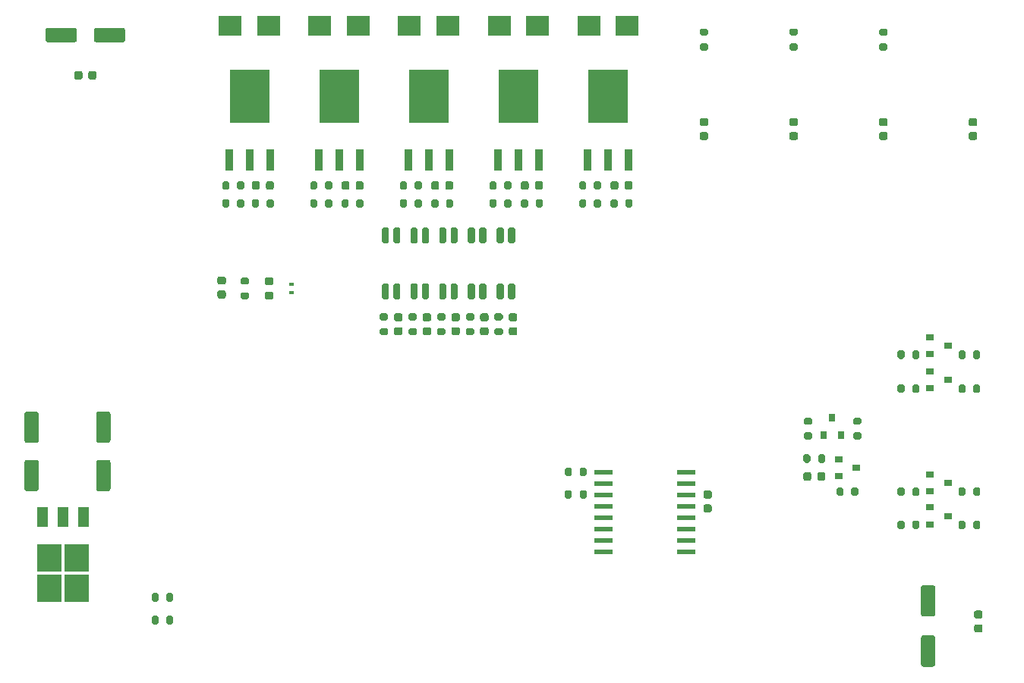
<source format=gbr>
G04 #@! TF.GenerationSoftware,KiCad,Pcbnew,5.1.9-73d0e3b20d~88~ubuntu20.04.1*
G04 #@! TF.CreationDate,2021-10-11T01:44:18+05:30*
G04 #@! TF.ProjectId,vayuO2,76617975-4f32-42e6-9b69-6361645f7063,rev 1*
G04 #@! TF.SameCoordinates,Original*
G04 #@! TF.FileFunction,Paste,Top*
G04 #@! TF.FilePolarity,Positive*
%FSLAX46Y46*%
G04 Gerber Fmt 4.6, Leading zero omitted, Abs format (unit mm)*
G04 Created by KiCad (PCBNEW 5.1.9-73d0e3b20d~88~ubuntu20.04.1) date 2021-10-11 01:44:18*
%MOMM*%
%LPD*%
G01*
G04 APERTURE LIST*
%ADD10R,0.939800X2.489200*%
%ADD11R,4.368800X5.918200*%
%ADD12R,0.900000X0.800000*%
%ADD13R,1.200000X2.200000*%
%ADD14R,2.750000X3.050000*%
%ADD15R,0.600000X0.400000*%
%ADD16R,1.998980X0.599440*%
%ADD17R,0.800000X0.900000*%
%ADD18R,2.500000X2.300000*%
G04 APERTURE END LIST*
G36*
G01*
X150275000Y-64075000D02*
X149725000Y-64075000D01*
G75*
G02*
X149525000Y-63875000I0J200000D01*
G01*
X149525000Y-63475000D01*
G75*
G02*
X149725000Y-63275000I200000J0D01*
G01*
X150275000Y-63275000D01*
G75*
G02*
X150475000Y-63475000I0J-200000D01*
G01*
X150475000Y-63875000D01*
G75*
G02*
X150275000Y-64075000I-200000J0D01*
G01*
G37*
G36*
G01*
X150275000Y-65725000D02*
X149725000Y-65725000D01*
G75*
G02*
X149525000Y-65525000I0J200000D01*
G01*
X149525000Y-65125000D01*
G75*
G02*
X149725000Y-64925000I200000J0D01*
G01*
X150275000Y-64925000D01*
G75*
G02*
X150475000Y-65125000I0J-200000D01*
G01*
X150475000Y-65525000D01*
G75*
G02*
X150275000Y-65725000I-200000J0D01*
G01*
G37*
G36*
G01*
X155550000Y-128950000D02*
X154450000Y-128950000D01*
G75*
G02*
X154200000Y-128700000I0J250000D01*
G01*
X154200000Y-125700000D01*
G75*
G02*
X154450000Y-125450000I250000J0D01*
G01*
X155550000Y-125450000D01*
G75*
G02*
X155800000Y-125700000I0J-250000D01*
G01*
X155800000Y-128700000D01*
G75*
G02*
X155550000Y-128950000I-250000J0D01*
G01*
G37*
G36*
G01*
X155550000Y-134550000D02*
X154450000Y-134550000D01*
G75*
G02*
X154200000Y-134300000I0J250000D01*
G01*
X154200000Y-131300000D01*
G75*
G02*
X154450000Y-131050000I250000J0D01*
G01*
X155550000Y-131050000D01*
G75*
G02*
X155800000Y-131300000I0J-250000D01*
G01*
X155800000Y-134300000D01*
G75*
G02*
X155550000Y-134550000I-250000J0D01*
G01*
G37*
G36*
G01*
X104265000Y-93525000D02*
X103865000Y-93525000D01*
G75*
G02*
X103665000Y-93325000I0J200000D01*
G01*
X103665000Y-91925000D01*
G75*
G02*
X103865000Y-91725000I200000J0D01*
G01*
X104265000Y-91725000D01*
G75*
G02*
X104465000Y-91925000I0J-200000D01*
G01*
X104465000Y-93325000D01*
G75*
G02*
X104265000Y-93525000I-200000J0D01*
G01*
G37*
G36*
G01*
X105535000Y-93525000D02*
X105135000Y-93525000D01*
G75*
G02*
X104935000Y-93325000I0J200000D01*
G01*
X104935000Y-91925000D01*
G75*
G02*
X105135000Y-91725000I200000J0D01*
G01*
X105535000Y-91725000D01*
G75*
G02*
X105735000Y-91925000I0J-200000D01*
G01*
X105735000Y-93325000D01*
G75*
G02*
X105535000Y-93525000I-200000J0D01*
G01*
G37*
G36*
G01*
X105535000Y-87275000D02*
X105135000Y-87275000D01*
G75*
G02*
X104935000Y-87075000I0J200000D01*
G01*
X104935000Y-85675000D01*
G75*
G02*
X105135000Y-85475000I200000J0D01*
G01*
X105535000Y-85475000D01*
G75*
G02*
X105735000Y-85675000I0J-200000D01*
G01*
X105735000Y-87075000D01*
G75*
G02*
X105535000Y-87275000I-200000J0D01*
G01*
G37*
G36*
G01*
X104265000Y-87275000D02*
X103865000Y-87275000D01*
G75*
G02*
X103665000Y-87075000I0J200000D01*
G01*
X103665000Y-85675000D01*
G75*
G02*
X103865000Y-85475000I200000J0D01*
G01*
X104265000Y-85475000D01*
G75*
G02*
X104465000Y-85675000I0J-200000D01*
G01*
X104465000Y-87075000D01*
G75*
G02*
X104265000Y-87275000I-200000J0D01*
G01*
G37*
G36*
G01*
X101065000Y-93525000D02*
X100665000Y-93525000D01*
G75*
G02*
X100465000Y-93325000I0J200000D01*
G01*
X100465000Y-91925000D01*
G75*
G02*
X100665000Y-91725000I200000J0D01*
G01*
X101065000Y-91725000D01*
G75*
G02*
X101265000Y-91925000I0J-200000D01*
G01*
X101265000Y-93325000D01*
G75*
G02*
X101065000Y-93525000I-200000J0D01*
G01*
G37*
G36*
G01*
X102335000Y-93525000D02*
X101935000Y-93525000D01*
G75*
G02*
X101735000Y-93325000I0J200000D01*
G01*
X101735000Y-91925000D01*
G75*
G02*
X101935000Y-91725000I200000J0D01*
G01*
X102335000Y-91725000D01*
G75*
G02*
X102535000Y-91925000I0J-200000D01*
G01*
X102535000Y-93325000D01*
G75*
G02*
X102335000Y-93525000I-200000J0D01*
G01*
G37*
G36*
G01*
X102335000Y-87275000D02*
X101935000Y-87275000D01*
G75*
G02*
X101735000Y-87075000I0J200000D01*
G01*
X101735000Y-85675000D01*
G75*
G02*
X101935000Y-85475000I200000J0D01*
G01*
X102335000Y-85475000D01*
G75*
G02*
X102535000Y-85675000I0J-200000D01*
G01*
X102535000Y-87075000D01*
G75*
G02*
X102335000Y-87275000I-200000J0D01*
G01*
G37*
G36*
G01*
X101065000Y-87275000D02*
X100665000Y-87275000D01*
G75*
G02*
X100465000Y-87075000I0J200000D01*
G01*
X100465000Y-85675000D01*
G75*
G02*
X100665000Y-85475000I200000J0D01*
G01*
X101065000Y-85475000D01*
G75*
G02*
X101265000Y-85675000I0J-200000D01*
G01*
X101265000Y-87075000D01*
G75*
G02*
X101065000Y-87275000I-200000J0D01*
G01*
G37*
G36*
G01*
X97865000Y-93525000D02*
X97465000Y-93525000D01*
G75*
G02*
X97265000Y-93325000I0J200000D01*
G01*
X97265000Y-91925000D01*
G75*
G02*
X97465000Y-91725000I200000J0D01*
G01*
X97865000Y-91725000D01*
G75*
G02*
X98065000Y-91925000I0J-200000D01*
G01*
X98065000Y-93325000D01*
G75*
G02*
X97865000Y-93525000I-200000J0D01*
G01*
G37*
G36*
G01*
X99135000Y-93525000D02*
X98735000Y-93525000D01*
G75*
G02*
X98535000Y-93325000I0J200000D01*
G01*
X98535000Y-91925000D01*
G75*
G02*
X98735000Y-91725000I200000J0D01*
G01*
X99135000Y-91725000D01*
G75*
G02*
X99335000Y-91925000I0J-200000D01*
G01*
X99335000Y-93325000D01*
G75*
G02*
X99135000Y-93525000I-200000J0D01*
G01*
G37*
G36*
G01*
X99135000Y-87275000D02*
X98735000Y-87275000D01*
G75*
G02*
X98535000Y-87075000I0J200000D01*
G01*
X98535000Y-85675000D01*
G75*
G02*
X98735000Y-85475000I200000J0D01*
G01*
X99135000Y-85475000D01*
G75*
G02*
X99335000Y-85675000I0J-200000D01*
G01*
X99335000Y-87075000D01*
G75*
G02*
X99135000Y-87275000I-200000J0D01*
G01*
G37*
G36*
G01*
X97865000Y-87275000D02*
X97465000Y-87275000D01*
G75*
G02*
X97265000Y-87075000I0J200000D01*
G01*
X97265000Y-85675000D01*
G75*
G02*
X97465000Y-85475000I200000J0D01*
G01*
X97865000Y-85475000D01*
G75*
G02*
X98065000Y-85675000I0J-200000D01*
G01*
X98065000Y-87075000D01*
G75*
G02*
X97865000Y-87275000I-200000J0D01*
G01*
G37*
G36*
G01*
X94665000Y-93525000D02*
X94265000Y-93525000D01*
G75*
G02*
X94065000Y-93325000I0J200000D01*
G01*
X94065000Y-91925000D01*
G75*
G02*
X94265000Y-91725000I200000J0D01*
G01*
X94665000Y-91725000D01*
G75*
G02*
X94865000Y-91925000I0J-200000D01*
G01*
X94865000Y-93325000D01*
G75*
G02*
X94665000Y-93525000I-200000J0D01*
G01*
G37*
G36*
G01*
X95935000Y-93525000D02*
X95535000Y-93525000D01*
G75*
G02*
X95335000Y-93325000I0J200000D01*
G01*
X95335000Y-91925000D01*
G75*
G02*
X95535000Y-91725000I200000J0D01*
G01*
X95935000Y-91725000D01*
G75*
G02*
X96135000Y-91925000I0J-200000D01*
G01*
X96135000Y-93325000D01*
G75*
G02*
X95935000Y-93525000I-200000J0D01*
G01*
G37*
G36*
G01*
X95935000Y-87275000D02*
X95535000Y-87275000D01*
G75*
G02*
X95335000Y-87075000I0J200000D01*
G01*
X95335000Y-85675000D01*
G75*
G02*
X95535000Y-85475000I200000J0D01*
G01*
X95935000Y-85475000D01*
G75*
G02*
X96135000Y-85675000I0J-200000D01*
G01*
X96135000Y-87075000D01*
G75*
G02*
X95935000Y-87275000I-200000J0D01*
G01*
G37*
G36*
G01*
X94665000Y-87275000D02*
X94265000Y-87275000D01*
G75*
G02*
X94065000Y-87075000I0J200000D01*
G01*
X94065000Y-85675000D01*
G75*
G02*
X94265000Y-85475000I200000J0D01*
G01*
X94665000Y-85475000D01*
G75*
G02*
X94865000Y-85675000I0J-200000D01*
G01*
X94865000Y-87075000D01*
G75*
G02*
X94665000Y-87275000I-200000J0D01*
G01*
G37*
G36*
G01*
X107465000Y-93525000D02*
X107065000Y-93525000D01*
G75*
G02*
X106865000Y-93325000I0J200000D01*
G01*
X106865000Y-91925000D01*
G75*
G02*
X107065000Y-91725000I200000J0D01*
G01*
X107465000Y-91725000D01*
G75*
G02*
X107665000Y-91925000I0J-200000D01*
G01*
X107665000Y-93325000D01*
G75*
G02*
X107465000Y-93525000I-200000J0D01*
G01*
G37*
G36*
G01*
X108735000Y-93525000D02*
X108335000Y-93525000D01*
G75*
G02*
X108135000Y-93325000I0J200000D01*
G01*
X108135000Y-91925000D01*
G75*
G02*
X108335000Y-91725000I200000J0D01*
G01*
X108735000Y-91725000D01*
G75*
G02*
X108935000Y-91925000I0J-200000D01*
G01*
X108935000Y-93325000D01*
G75*
G02*
X108735000Y-93525000I-200000J0D01*
G01*
G37*
G36*
G01*
X108735000Y-87275000D02*
X108335000Y-87275000D01*
G75*
G02*
X108135000Y-87075000I0J200000D01*
G01*
X108135000Y-85675000D01*
G75*
G02*
X108335000Y-85475000I200000J0D01*
G01*
X108735000Y-85475000D01*
G75*
G02*
X108935000Y-85675000I0J-200000D01*
G01*
X108935000Y-87075000D01*
G75*
G02*
X108735000Y-87275000I-200000J0D01*
G01*
G37*
G36*
G01*
X107465000Y-87275000D02*
X107065000Y-87275000D01*
G75*
G02*
X106865000Y-87075000I0J200000D01*
G01*
X106865000Y-85675000D01*
G75*
G02*
X107065000Y-85475000I200000J0D01*
G01*
X107465000Y-85475000D01*
G75*
G02*
X107665000Y-85675000I0J-200000D01*
G01*
X107665000Y-87075000D01*
G75*
G02*
X107465000Y-87275000I-200000J0D01*
G01*
G37*
G36*
G01*
X63550000Y-109550000D02*
X62450000Y-109550000D01*
G75*
G02*
X62200000Y-109300000I0J250000D01*
G01*
X62200000Y-106300000D01*
G75*
G02*
X62450000Y-106050000I250000J0D01*
G01*
X63550000Y-106050000D01*
G75*
G02*
X63800000Y-106300000I0J-250000D01*
G01*
X63800000Y-109300000D01*
G75*
G02*
X63550000Y-109550000I-250000J0D01*
G01*
G37*
G36*
G01*
X63550000Y-114950000D02*
X62450000Y-114950000D01*
G75*
G02*
X62200000Y-114700000I0J250000D01*
G01*
X62200000Y-111700000D01*
G75*
G02*
X62450000Y-111450000I250000J0D01*
G01*
X63550000Y-111450000D01*
G75*
G02*
X63800000Y-111700000I0J-250000D01*
G01*
X63800000Y-114700000D01*
G75*
G02*
X63550000Y-114950000I-250000J0D01*
G01*
G37*
G36*
G01*
X55550000Y-109550000D02*
X54450000Y-109550000D01*
G75*
G02*
X54200000Y-109300000I0J250000D01*
G01*
X54200000Y-106300000D01*
G75*
G02*
X54450000Y-106050000I250000J0D01*
G01*
X55550000Y-106050000D01*
G75*
G02*
X55800000Y-106300000I0J-250000D01*
G01*
X55800000Y-109300000D01*
G75*
G02*
X55550000Y-109550000I-250000J0D01*
G01*
G37*
G36*
G01*
X55550000Y-114950000D02*
X54450000Y-114950000D01*
G75*
G02*
X54200000Y-114700000I0J250000D01*
G01*
X54200000Y-111700000D01*
G75*
G02*
X54450000Y-111450000I250000J0D01*
G01*
X55550000Y-111450000D01*
G75*
G02*
X55800000Y-111700000I0J-250000D01*
G01*
X55800000Y-114700000D01*
G75*
G02*
X55550000Y-114950000I-250000J0D01*
G01*
G37*
G36*
G01*
X60050000Y-63450000D02*
X60050000Y-64550000D01*
G75*
G02*
X59800000Y-64800000I-250000J0D01*
G01*
X56800000Y-64800000D01*
G75*
G02*
X56550000Y-64550000I0J250000D01*
G01*
X56550000Y-63450000D01*
G75*
G02*
X56800000Y-63200000I250000J0D01*
G01*
X59800000Y-63200000D01*
G75*
G02*
X60050000Y-63450000I0J-250000D01*
G01*
G37*
G36*
G01*
X65450000Y-63450000D02*
X65450000Y-64550000D01*
G75*
G02*
X65200000Y-64800000I-250000J0D01*
G01*
X62200000Y-64800000D01*
G75*
G02*
X61950000Y-64550000I0J250000D01*
G01*
X61950000Y-63450000D01*
G75*
G02*
X62200000Y-63200000I250000J0D01*
G01*
X65200000Y-63200000D01*
G75*
G02*
X65450000Y-63450000I0J-250000D01*
G01*
G37*
G36*
G01*
X90375000Y-82525000D02*
X90375000Y-83075000D01*
G75*
G02*
X90175000Y-83275000I-200000J0D01*
G01*
X89775000Y-83275000D01*
G75*
G02*
X89575000Y-83075000I0J200000D01*
G01*
X89575000Y-82525000D01*
G75*
G02*
X89775000Y-82325000I200000J0D01*
G01*
X90175000Y-82325000D01*
G75*
G02*
X90375000Y-82525000I0J-200000D01*
G01*
G37*
G36*
G01*
X92025000Y-82525000D02*
X92025000Y-83075000D01*
G75*
G02*
X91825000Y-83275000I-200000J0D01*
G01*
X91425000Y-83275000D01*
G75*
G02*
X91225000Y-83075000I0J200000D01*
G01*
X91225000Y-82525000D01*
G75*
G02*
X91425000Y-82325000I200000J0D01*
G01*
X91825000Y-82325000D01*
G75*
G02*
X92025000Y-82525000I0J-200000D01*
G01*
G37*
D10*
X99300000Y-77943500D03*
X97014000Y-77943500D03*
X101586000Y-77943500D03*
D11*
X99300000Y-70844200D03*
D10*
X79300000Y-77943500D03*
X77014000Y-77943500D03*
X81586000Y-77943500D03*
D11*
X79300000Y-70844200D03*
G36*
G01*
X108950000Y-95975000D02*
X108450000Y-95975000D01*
G75*
G02*
X108225000Y-95750000I0J225000D01*
G01*
X108225000Y-95300000D01*
G75*
G02*
X108450000Y-95075000I225000J0D01*
G01*
X108950000Y-95075000D01*
G75*
G02*
X109175000Y-95300000I0J-225000D01*
G01*
X109175000Y-95750000D01*
G75*
G02*
X108950000Y-95975000I-225000J0D01*
G01*
G37*
G36*
G01*
X108950000Y-97525000D02*
X108450000Y-97525000D01*
G75*
G02*
X108225000Y-97300000I0J225000D01*
G01*
X108225000Y-96850000D01*
G75*
G02*
X108450000Y-96625000I225000J0D01*
G01*
X108950000Y-96625000D01*
G75*
G02*
X109175000Y-96850000I0J-225000D01*
G01*
X109175000Y-97300000D01*
G75*
G02*
X108950000Y-97525000I-225000J0D01*
G01*
G37*
G36*
G01*
X153225000Y-118975001D02*
X153225000Y-118425001D01*
G75*
G02*
X153425000Y-118225001I200000J0D01*
G01*
X153825000Y-118225001D01*
G75*
G02*
X154025000Y-118425001I0J-200000D01*
G01*
X154025000Y-118975001D01*
G75*
G02*
X153825000Y-119175001I-200000J0D01*
G01*
X153425000Y-119175001D01*
G75*
G02*
X153225000Y-118975001I0J200000D01*
G01*
G37*
G36*
G01*
X151575000Y-118975001D02*
X151575000Y-118425001D01*
G75*
G02*
X151775000Y-118225001I200000J0D01*
G01*
X152175000Y-118225001D01*
G75*
G02*
X152375000Y-118425001I0J-200000D01*
G01*
X152375000Y-118975001D01*
G75*
G02*
X152175000Y-119175001I-200000J0D01*
G01*
X151775000Y-119175001D01*
G75*
G02*
X151575000Y-118975001I0J200000D01*
G01*
G37*
G36*
G01*
X159175001Y-118424998D02*
X159175001Y-118974998D01*
G75*
G02*
X158975001Y-119174998I-200000J0D01*
G01*
X158575001Y-119174998D01*
G75*
G02*
X158375001Y-118974998I0J200000D01*
G01*
X158375001Y-118424998D01*
G75*
G02*
X158575001Y-118224998I200000J0D01*
G01*
X158975001Y-118224998D01*
G75*
G02*
X159175001Y-118424998I0J-200000D01*
G01*
G37*
G36*
G01*
X160825001Y-118424998D02*
X160825001Y-118974998D01*
G75*
G02*
X160625001Y-119174998I-200000J0D01*
G01*
X160225001Y-119174998D01*
G75*
G02*
X160025001Y-118974998I0J200000D01*
G01*
X160025001Y-118424998D01*
G75*
G02*
X160225001Y-118224998I200000J0D01*
G01*
X160625001Y-118224998D01*
G75*
G02*
X160825001Y-118424998I0J-200000D01*
G01*
G37*
D12*
X157199999Y-117700000D03*
X155199999Y-118650000D03*
X155199999Y-116750000D03*
D13*
X60780000Y-117800000D03*
X58500000Y-117800000D03*
X56220000Y-117800000D03*
D14*
X56975000Y-125775000D03*
X60025000Y-122425000D03*
X60025000Y-125775000D03*
X56975000Y-122425000D03*
G36*
G01*
X160849999Y-129175001D02*
X160349999Y-129175001D01*
G75*
G02*
X160124999Y-128950001I0J225000D01*
G01*
X160124999Y-128500001D01*
G75*
G02*
X160349999Y-128275001I225000J0D01*
G01*
X160849999Y-128275001D01*
G75*
G02*
X161074999Y-128500001I0J-225000D01*
G01*
X161074999Y-128950001D01*
G75*
G02*
X160849999Y-129175001I-225000J0D01*
G01*
G37*
G36*
G01*
X160849999Y-130725001D02*
X160349999Y-130725001D01*
G75*
G02*
X160124999Y-130500001I0J225000D01*
G01*
X160124999Y-130050001D01*
G75*
G02*
X160349999Y-129825001I225000J0D01*
G01*
X160849999Y-129825001D01*
G75*
G02*
X161074999Y-130050001I0J-225000D01*
G01*
X161074999Y-130500001D01*
G75*
G02*
X160849999Y-130725001I-225000J0D01*
G01*
G37*
G36*
G01*
X81756250Y-93525000D02*
X81243750Y-93525000D01*
G75*
G02*
X81025000Y-93306250I0J218750D01*
G01*
X81025000Y-92868750D01*
G75*
G02*
X81243750Y-92650000I218750J0D01*
G01*
X81756250Y-92650000D01*
G75*
G02*
X81975000Y-92868750I0J-218750D01*
G01*
X81975000Y-93306250D01*
G75*
G02*
X81756250Y-93525000I-218750J0D01*
G01*
G37*
G36*
G01*
X81756250Y-91950000D02*
X81243750Y-91950000D01*
G75*
G02*
X81025000Y-91731250I0J218750D01*
G01*
X81025000Y-91293750D01*
G75*
G02*
X81243750Y-91075000I218750J0D01*
G01*
X81756250Y-91075000D01*
G75*
G02*
X81975000Y-91293750I0J-218750D01*
G01*
X81975000Y-91731250D01*
G75*
G02*
X81756250Y-91950000I-218750J0D01*
G01*
G37*
G36*
G01*
X79075000Y-93525000D02*
X78525000Y-93525000D01*
G75*
G02*
X78325000Y-93325000I0J200000D01*
G01*
X78325000Y-92925000D01*
G75*
G02*
X78525000Y-92725000I200000J0D01*
G01*
X79075000Y-92725000D01*
G75*
G02*
X79275000Y-92925000I0J-200000D01*
G01*
X79275000Y-93325000D01*
G75*
G02*
X79075000Y-93525000I-200000J0D01*
G01*
G37*
G36*
G01*
X79075000Y-91875000D02*
X78525000Y-91875000D01*
G75*
G02*
X78325000Y-91675000I0J200000D01*
G01*
X78325000Y-91275000D01*
G75*
G02*
X78525000Y-91075000I200000J0D01*
G01*
X79075000Y-91075000D01*
G75*
G02*
X79275000Y-91275000I0J-200000D01*
G01*
X79275000Y-91675000D01*
G75*
G02*
X79075000Y-91875000I-200000J0D01*
G01*
G37*
D15*
X84000000Y-92750000D03*
X84000000Y-91850000D03*
G36*
G01*
X96875000Y-82525000D02*
X96875000Y-83075000D01*
G75*
G02*
X96675000Y-83275000I-200000J0D01*
G01*
X96275000Y-83275000D01*
G75*
G02*
X96075000Y-83075000I0J200000D01*
G01*
X96075000Y-82525000D01*
G75*
G02*
X96275000Y-82325000I200000J0D01*
G01*
X96675000Y-82325000D01*
G75*
G02*
X96875000Y-82525000I0J-200000D01*
G01*
G37*
G36*
G01*
X98525000Y-82525000D02*
X98525000Y-83075000D01*
G75*
G02*
X98325000Y-83275000I-200000J0D01*
G01*
X97925000Y-83275000D01*
G75*
G02*
X97725000Y-83075000I0J200000D01*
G01*
X97725000Y-82525000D01*
G75*
G02*
X97925000Y-82325000I200000J0D01*
G01*
X98325000Y-82325000D01*
G75*
G02*
X98525000Y-82525000I0J-200000D01*
G01*
G37*
D16*
X128050740Y-112855000D03*
X128050740Y-114125000D03*
X128050740Y-115395000D03*
X128050740Y-116665000D03*
X128050740Y-117935000D03*
X128050740Y-119205000D03*
X128050740Y-120475000D03*
X128050740Y-121745000D03*
X118749260Y-121745000D03*
X118749260Y-120475000D03*
X118749260Y-119205000D03*
X118749260Y-117935000D03*
X118749260Y-116665000D03*
X118749260Y-115395000D03*
X118749260Y-114125000D03*
X118749260Y-112855000D03*
G36*
G01*
X145575000Y-114725000D02*
X145575000Y-115275000D01*
G75*
G02*
X145375000Y-115475000I-200000J0D01*
G01*
X144975000Y-115475000D01*
G75*
G02*
X144775000Y-115275000I0J200000D01*
G01*
X144775000Y-114725000D01*
G75*
G02*
X144975000Y-114525000I200000J0D01*
G01*
X145375000Y-114525000D01*
G75*
G02*
X145575000Y-114725000I0J-200000D01*
G01*
G37*
G36*
G01*
X147225000Y-114725000D02*
X147225000Y-115275000D01*
G75*
G02*
X147025000Y-115475000I-200000J0D01*
G01*
X146625000Y-115475000D01*
G75*
G02*
X146425000Y-115275000I0J200000D01*
G01*
X146425000Y-114725000D01*
G75*
G02*
X146625000Y-114525000I200000J0D01*
G01*
X147025000Y-114525000D01*
G75*
G02*
X147225000Y-114725000I0J-200000D01*
G01*
G37*
G36*
G01*
X153225000Y-115275000D02*
X153225000Y-114725000D01*
G75*
G02*
X153425000Y-114525000I200000J0D01*
G01*
X153825000Y-114525000D01*
G75*
G02*
X154025000Y-114725000I0J-200000D01*
G01*
X154025000Y-115275000D01*
G75*
G02*
X153825000Y-115475000I-200000J0D01*
G01*
X153425000Y-115475000D01*
G75*
G02*
X153225000Y-115275000I0J200000D01*
G01*
G37*
G36*
G01*
X151575000Y-115275000D02*
X151575000Y-114725000D01*
G75*
G02*
X151775000Y-114525000I200000J0D01*
G01*
X152175000Y-114525000D01*
G75*
G02*
X152375000Y-114725000I0J-200000D01*
G01*
X152375000Y-115275000D01*
G75*
G02*
X152175000Y-115475000I-200000J0D01*
G01*
X151775000Y-115475000D01*
G75*
G02*
X151575000Y-115275000I0J200000D01*
G01*
G37*
G36*
G01*
X159175002Y-114725000D02*
X159175002Y-115275000D01*
G75*
G02*
X158975002Y-115475000I-200000J0D01*
G01*
X158575002Y-115475000D01*
G75*
G02*
X158375002Y-115275000I0J200000D01*
G01*
X158375002Y-114725000D01*
G75*
G02*
X158575002Y-114525000I200000J0D01*
G01*
X158975002Y-114525000D01*
G75*
G02*
X159175002Y-114725000I0J-200000D01*
G01*
G37*
G36*
G01*
X160825002Y-114725000D02*
X160825002Y-115275000D01*
G75*
G02*
X160625002Y-115475000I-200000J0D01*
G01*
X160225002Y-115475000D01*
G75*
G02*
X160025002Y-115275000I0J200000D01*
G01*
X160025002Y-114725000D01*
G75*
G02*
X160225002Y-114525000I200000J0D01*
G01*
X160625002Y-114525000D01*
G75*
G02*
X160825002Y-114725000I0J-200000D01*
G01*
G37*
G36*
G01*
X153225000Y-103775000D02*
X153225000Y-103225000D01*
G75*
G02*
X153425000Y-103025000I200000J0D01*
G01*
X153825000Y-103025000D01*
G75*
G02*
X154025000Y-103225000I0J-200000D01*
G01*
X154025000Y-103775000D01*
G75*
G02*
X153825000Y-103975000I-200000J0D01*
G01*
X153425000Y-103975000D01*
G75*
G02*
X153225000Y-103775000I0J200000D01*
G01*
G37*
G36*
G01*
X151575000Y-103775000D02*
X151575000Y-103225000D01*
G75*
G02*
X151775000Y-103025000I200000J0D01*
G01*
X152175000Y-103025000D01*
G75*
G02*
X152375000Y-103225000I0J-200000D01*
G01*
X152375000Y-103775000D01*
G75*
G02*
X152175000Y-103975000I-200000J0D01*
G01*
X151775000Y-103975000D01*
G75*
G02*
X151575000Y-103775000I0J200000D01*
G01*
G37*
G36*
G01*
X159175002Y-103225001D02*
X159175002Y-103775001D01*
G75*
G02*
X158975002Y-103975001I-200000J0D01*
G01*
X158575002Y-103975001D01*
G75*
G02*
X158375002Y-103775001I0J200000D01*
G01*
X158375002Y-103225001D01*
G75*
G02*
X158575002Y-103025001I200000J0D01*
G01*
X158975002Y-103025001D01*
G75*
G02*
X159175002Y-103225001I0J-200000D01*
G01*
G37*
G36*
G01*
X160825002Y-103225001D02*
X160825002Y-103775001D01*
G75*
G02*
X160625002Y-103975001I-200000J0D01*
G01*
X160225002Y-103975001D01*
G75*
G02*
X160025002Y-103775001I0J200000D01*
G01*
X160025002Y-103225001D01*
G75*
G02*
X160225002Y-103025001I200000J0D01*
G01*
X160625002Y-103025001D01*
G75*
G02*
X160825002Y-103225001I0J-200000D01*
G01*
G37*
G36*
G01*
X153225000Y-99975000D02*
X153225000Y-99425000D01*
G75*
G02*
X153425000Y-99225000I200000J0D01*
G01*
X153825000Y-99225000D01*
G75*
G02*
X154025000Y-99425000I0J-200000D01*
G01*
X154025000Y-99975000D01*
G75*
G02*
X153825000Y-100175000I-200000J0D01*
G01*
X153425000Y-100175000D01*
G75*
G02*
X153225000Y-99975000I0J200000D01*
G01*
G37*
G36*
G01*
X151575000Y-99975000D02*
X151575000Y-99425000D01*
G75*
G02*
X151775000Y-99225000I200000J0D01*
G01*
X152175000Y-99225000D01*
G75*
G02*
X152375000Y-99425000I0J-200000D01*
G01*
X152375000Y-99975000D01*
G75*
G02*
X152175000Y-100175000I-200000J0D01*
G01*
X151775000Y-100175000D01*
G75*
G02*
X151575000Y-99975000I0J200000D01*
G01*
G37*
G36*
G01*
X159175001Y-99425004D02*
X159175001Y-99975004D01*
G75*
G02*
X158975001Y-100175004I-200000J0D01*
G01*
X158575001Y-100175004D01*
G75*
G02*
X158375001Y-99975004I0J200000D01*
G01*
X158375001Y-99425004D01*
G75*
G02*
X158575001Y-99225004I200000J0D01*
G01*
X158975001Y-99225004D01*
G75*
G02*
X159175001Y-99425004I0J-200000D01*
G01*
G37*
G36*
G01*
X160825001Y-99425004D02*
X160825001Y-99975004D01*
G75*
G02*
X160625001Y-100175004I-200000J0D01*
G01*
X160225001Y-100175004D01*
G75*
G02*
X160025001Y-99975004I0J200000D01*
G01*
X160025001Y-99425004D01*
G75*
G02*
X160225001Y-99225004I200000J0D01*
G01*
X160625001Y-99225004D01*
G75*
G02*
X160825001Y-99425004I0J-200000D01*
G01*
G37*
G36*
G01*
X146825000Y-108375000D02*
X147375000Y-108375000D01*
G75*
G02*
X147575000Y-108575000I0J-200000D01*
G01*
X147575000Y-108975000D01*
G75*
G02*
X147375000Y-109175000I-200000J0D01*
G01*
X146825000Y-109175000D01*
G75*
G02*
X146625000Y-108975000I0J200000D01*
G01*
X146625000Y-108575000D01*
G75*
G02*
X146825000Y-108375000I200000J0D01*
G01*
G37*
G36*
G01*
X146825000Y-106725000D02*
X147375000Y-106725000D01*
G75*
G02*
X147575000Y-106925000I0J-200000D01*
G01*
X147575000Y-107325000D01*
G75*
G02*
X147375000Y-107525000I-200000J0D01*
G01*
X146825000Y-107525000D01*
G75*
G02*
X146625000Y-107325000I0J200000D01*
G01*
X146625000Y-106925000D01*
G75*
G02*
X146825000Y-106725000I200000J0D01*
G01*
G37*
G36*
G01*
X141875000Y-107525000D02*
X141325000Y-107525000D01*
G75*
G02*
X141125000Y-107325000I0J200000D01*
G01*
X141125000Y-106925000D01*
G75*
G02*
X141325000Y-106725000I200000J0D01*
G01*
X141875000Y-106725000D01*
G75*
G02*
X142075000Y-106925000I0J-200000D01*
G01*
X142075000Y-107325000D01*
G75*
G02*
X141875000Y-107525000I-200000J0D01*
G01*
G37*
G36*
G01*
X141875000Y-109175000D02*
X141325000Y-109175000D01*
G75*
G02*
X141125000Y-108975000I0J200000D01*
G01*
X141125000Y-108575000D01*
G75*
G02*
X141325000Y-108375000I200000J0D01*
G01*
X141875000Y-108375000D01*
G75*
G02*
X142075000Y-108575000I0J-200000D01*
G01*
X142075000Y-108975000D01*
G75*
G02*
X141875000Y-109175000I-200000J0D01*
G01*
G37*
G36*
G01*
X120375000Y-82525000D02*
X120375000Y-83075000D01*
G75*
G02*
X120175000Y-83275000I-200000J0D01*
G01*
X119775000Y-83275000D01*
G75*
G02*
X119575000Y-83075000I0J200000D01*
G01*
X119575000Y-82525000D01*
G75*
G02*
X119775000Y-82325000I200000J0D01*
G01*
X120175000Y-82325000D01*
G75*
G02*
X120375000Y-82525000I0J-200000D01*
G01*
G37*
G36*
G01*
X122025000Y-82525000D02*
X122025000Y-83075000D01*
G75*
G02*
X121825000Y-83275000I-200000J0D01*
G01*
X121425000Y-83275000D01*
G75*
G02*
X121225000Y-83075000I0J200000D01*
G01*
X121225000Y-82525000D01*
G75*
G02*
X121425000Y-82325000I200000J0D01*
G01*
X121825000Y-82325000D01*
G75*
G02*
X122025000Y-82525000I0J-200000D01*
G01*
G37*
G36*
G01*
X116875000Y-82525000D02*
X116875000Y-83075000D01*
G75*
G02*
X116675000Y-83275000I-200000J0D01*
G01*
X116275000Y-83275000D01*
G75*
G02*
X116075000Y-83075000I0J200000D01*
G01*
X116075000Y-82525000D01*
G75*
G02*
X116275000Y-82325000I200000J0D01*
G01*
X116675000Y-82325000D01*
G75*
G02*
X116875000Y-82525000I0J-200000D01*
G01*
G37*
G36*
G01*
X118525000Y-82525000D02*
X118525000Y-83075000D01*
G75*
G02*
X118325000Y-83275000I-200000J0D01*
G01*
X117925000Y-83275000D01*
G75*
G02*
X117725000Y-83075000I0J200000D01*
G01*
X117725000Y-82525000D01*
G75*
G02*
X117925000Y-82325000I200000J0D01*
G01*
X118325000Y-82325000D01*
G75*
G02*
X118525000Y-82525000I0J-200000D01*
G01*
G37*
G36*
G01*
X116875000Y-80525000D02*
X116875000Y-81075000D01*
G75*
G02*
X116675000Y-81275000I-200000J0D01*
G01*
X116275000Y-81275000D01*
G75*
G02*
X116075000Y-81075000I0J200000D01*
G01*
X116075000Y-80525000D01*
G75*
G02*
X116275000Y-80325000I200000J0D01*
G01*
X116675000Y-80325000D01*
G75*
G02*
X116875000Y-80525000I0J-200000D01*
G01*
G37*
G36*
G01*
X118525000Y-80525000D02*
X118525000Y-81075000D01*
G75*
G02*
X118325000Y-81275000I-200000J0D01*
G01*
X117925000Y-81275000D01*
G75*
G02*
X117725000Y-81075000I0J200000D01*
G01*
X117725000Y-80525000D01*
G75*
G02*
X117925000Y-80325000I200000J0D01*
G01*
X118325000Y-80325000D01*
G75*
G02*
X118525000Y-80525000I0J-200000D01*
G01*
G37*
G36*
G01*
X107375000Y-95875000D02*
X106825000Y-95875000D01*
G75*
G02*
X106625000Y-95675000I0J200000D01*
G01*
X106625000Y-95275000D01*
G75*
G02*
X106825000Y-95075000I200000J0D01*
G01*
X107375000Y-95075000D01*
G75*
G02*
X107575000Y-95275000I0J-200000D01*
G01*
X107575000Y-95675000D01*
G75*
G02*
X107375000Y-95875000I-200000J0D01*
G01*
G37*
G36*
G01*
X107375000Y-97525000D02*
X106825000Y-97525000D01*
G75*
G02*
X106625000Y-97325000I0J200000D01*
G01*
X106625000Y-96925000D01*
G75*
G02*
X106825000Y-96725000I200000J0D01*
G01*
X107375000Y-96725000D01*
G75*
G02*
X107575000Y-96925000I0J-200000D01*
G01*
X107575000Y-97325000D01*
G75*
G02*
X107375000Y-97525000I-200000J0D01*
G01*
G37*
G36*
G01*
X110375000Y-82525000D02*
X110375000Y-83075000D01*
G75*
G02*
X110175000Y-83275000I-200000J0D01*
G01*
X109775000Y-83275000D01*
G75*
G02*
X109575000Y-83075000I0J200000D01*
G01*
X109575000Y-82525000D01*
G75*
G02*
X109775000Y-82325000I200000J0D01*
G01*
X110175000Y-82325000D01*
G75*
G02*
X110375000Y-82525000I0J-200000D01*
G01*
G37*
G36*
G01*
X112025000Y-82525000D02*
X112025000Y-83075000D01*
G75*
G02*
X111825000Y-83275000I-200000J0D01*
G01*
X111425000Y-83275000D01*
G75*
G02*
X111225000Y-83075000I0J200000D01*
G01*
X111225000Y-82525000D01*
G75*
G02*
X111425000Y-82325000I200000J0D01*
G01*
X111825000Y-82325000D01*
G75*
G02*
X112025000Y-82525000I0J-200000D01*
G01*
G37*
G36*
G01*
X106875000Y-82525000D02*
X106875000Y-83075000D01*
G75*
G02*
X106675000Y-83275000I-200000J0D01*
G01*
X106275000Y-83275000D01*
G75*
G02*
X106075000Y-83075000I0J200000D01*
G01*
X106075000Y-82525000D01*
G75*
G02*
X106275000Y-82325000I200000J0D01*
G01*
X106675000Y-82325000D01*
G75*
G02*
X106875000Y-82525000I0J-200000D01*
G01*
G37*
G36*
G01*
X108525000Y-82525000D02*
X108525000Y-83075000D01*
G75*
G02*
X108325000Y-83275000I-200000J0D01*
G01*
X107925000Y-83275000D01*
G75*
G02*
X107725000Y-83075000I0J200000D01*
G01*
X107725000Y-82525000D01*
G75*
G02*
X107925000Y-82325000I200000J0D01*
G01*
X108325000Y-82325000D01*
G75*
G02*
X108525000Y-82525000I0J-200000D01*
G01*
G37*
G36*
G01*
X106875000Y-80525000D02*
X106875000Y-81075000D01*
G75*
G02*
X106675000Y-81275000I-200000J0D01*
G01*
X106275000Y-81275000D01*
G75*
G02*
X106075000Y-81075000I0J200000D01*
G01*
X106075000Y-80525000D01*
G75*
G02*
X106275000Y-80325000I200000J0D01*
G01*
X106675000Y-80325000D01*
G75*
G02*
X106875000Y-80525000I0J-200000D01*
G01*
G37*
G36*
G01*
X108525000Y-80525000D02*
X108525000Y-81075000D01*
G75*
G02*
X108325000Y-81275000I-200000J0D01*
G01*
X107925000Y-81275000D01*
G75*
G02*
X107725000Y-81075000I0J200000D01*
G01*
X107725000Y-80525000D01*
G75*
G02*
X107925000Y-80325000I200000J0D01*
G01*
X108325000Y-80325000D01*
G75*
G02*
X108525000Y-80525000I0J-200000D01*
G01*
G37*
G36*
G01*
X104175000Y-95875000D02*
X103625000Y-95875000D01*
G75*
G02*
X103425000Y-95675000I0J200000D01*
G01*
X103425000Y-95275000D01*
G75*
G02*
X103625000Y-95075000I200000J0D01*
G01*
X104175000Y-95075000D01*
G75*
G02*
X104375000Y-95275000I0J-200000D01*
G01*
X104375000Y-95675000D01*
G75*
G02*
X104175000Y-95875000I-200000J0D01*
G01*
G37*
G36*
G01*
X104175000Y-97525000D02*
X103625000Y-97525000D01*
G75*
G02*
X103425000Y-97325000I0J200000D01*
G01*
X103425000Y-96925000D01*
G75*
G02*
X103625000Y-96725000I200000J0D01*
G01*
X104175000Y-96725000D01*
G75*
G02*
X104375000Y-96925000I0J-200000D01*
G01*
X104375000Y-97325000D01*
G75*
G02*
X104175000Y-97525000I-200000J0D01*
G01*
G37*
G36*
G01*
X100375000Y-82525000D02*
X100375000Y-83075000D01*
G75*
G02*
X100175000Y-83275000I-200000J0D01*
G01*
X99775000Y-83275000D01*
G75*
G02*
X99575000Y-83075000I0J200000D01*
G01*
X99575000Y-82525000D01*
G75*
G02*
X99775000Y-82325000I200000J0D01*
G01*
X100175000Y-82325000D01*
G75*
G02*
X100375000Y-82525000I0J-200000D01*
G01*
G37*
G36*
G01*
X102025000Y-82525000D02*
X102025000Y-83075000D01*
G75*
G02*
X101825000Y-83275000I-200000J0D01*
G01*
X101425000Y-83275000D01*
G75*
G02*
X101225000Y-83075000I0J200000D01*
G01*
X101225000Y-82525000D01*
G75*
G02*
X101425000Y-82325000I200000J0D01*
G01*
X101825000Y-82325000D01*
G75*
G02*
X102025000Y-82525000I0J-200000D01*
G01*
G37*
G36*
G01*
X96875000Y-80525000D02*
X96875000Y-81075000D01*
G75*
G02*
X96675000Y-81275000I-200000J0D01*
G01*
X96275000Y-81275000D01*
G75*
G02*
X96075000Y-81075000I0J200000D01*
G01*
X96075000Y-80525000D01*
G75*
G02*
X96275000Y-80325000I200000J0D01*
G01*
X96675000Y-80325000D01*
G75*
G02*
X96875000Y-80525000I0J-200000D01*
G01*
G37*
G36*
G01*
X98525000Y-80525000D02*
X98525000Y-81075000D01*
G75*
G02*
X98325000Y-81275000I-200000J0D01*
G01*
X97925000Y-81275000D01*
G75*
G02*
X97725000Y-81075000I0J200000D01*
G01*
X97725000Y-80525000D01*
G75*
G02*
X97925000Y-80325000I200000J0D01*
G01*
X98325000Y-80325000D01*
G75*
G02*
X98525000Y-80525000I0J-200000D01*
G01*
G37*
G36*
G01*
X100975000Y-95875000D02*
X100425000Y-95875000D01*
G75*
G02*
X100225000Y-95675000I0J200000D01*
G01*
X100225000Y-95275000D01*
G75*
G02*
X100425000Y-95075000I200000J0D01*
G01*
X100975000Y-95075000D01*
G75*
G02*
X101175000Y-95275000I0J-200000D01*
G01*
X101175000Y-95675000D01*
G75*
G02*
X100975000Y-95875000I-200000J0D01*
G01*
G37*
G36*
G01*
X100975000Y-97525000D02*
X100425000Y-97525000D01*
G75*
G02*
X100225000Y-97325000I0J200000D01*
G01*
X100225000Y-96925000D01*
G75*
G02*
X100425000Y-96725000I200000J0D01*
G01*
X100975000Y-96725000D01*
G75*
G02*
X101175000Y-96925000I0J-200000D01*
G01*
X101175000Y-97325000D01*
G75*
G02*
X100975000Y-97525000I-200000J0D01*
G01*
G37*
G36*
G01*
X86875000Y-82525000D02*
X86875000Y-83075000D01*
G75*
G02*
X86675000Y-83275000I-200000J0D01*
G01*
X86275000Y-83275000D01*
G75*
G02*
X86075000Y-83075000I0J200000D01*
G01*
X86075000Y-82525000D01*
G75*
G02*
X86275000Y-82325000I200000J0D01*
G01*
X86675000Y-82325000D01*
G75*
G02*
X86875000Y-82525000I0J-200000D01*
G01*
G37*
G36*
G01*
X88525000Y-82525000D02*
X88525000Y-83075000D01*
G75*
G02*
X88325000Y-83275000I-200000J0D01*
G01*
X87925000Y-83275000D01*
G75*
G02*
X87725000Y-83075000I0J200000D01*
G01*
X87725000Y-82525000D01*
G75*
G02*
X87925000Y-82325000I200000J0D01*
G01*
X88325000Y-82325000D01*
G75*
G02*
X88525000Y-82525000I0J-200000D01*
G01*
G37*
G36*
G01*
X86875000Y-80525000D02*
X86875000Y-81075000D01*
G75*
G02*
X86675000Y-81275000I-200000J0D01*
G01*
X86275000Y-81275000D01*
G75*
G02*
X86075000Y-81075000I0J200000D01*
G01*
X86075000Y-80525000D01*
G75*
G02*
X86275000Y-80325000I200000J0D01*
G01*
X86675000Y-80325000D01*
G75*
G02*
X86875000Y-80525000I0J-200000D01*
G01*
G37*
G36*
G01*
X88525000Y-80525000D02*
X88525000Y-81075000D01*
G75*
G02*
X88325000Y-81275000I-200000J0D01*
G01*
X87925000Y-81275000D01*
G75*
G02*
X87725000Y-81075000I0J200000D01*
G01*
X87725000Y-80525000D01*
G75*
G02*
X87925000Y-80325000I200000J0D01*
G01*
X88325000Y-80325000D01*
G75*
G02*
X88525000Y-80525000I0J-200000D01*
G01*
G37*
G36*
G01*
X97775000Y-95875000D02*
X97225000Y-95875000D01*
G75*
G02*
X97025000Y-95675000I0J200000D01*
G01*
X97025000Y-95275000D01*
G75*
G02*
X97225000Y-95075000I200000J0D01*
G01*
X97775000Y-95075000D01*
G75*
G02*
X97975000Y-95275000I0J-200000D01*
G01*
X97975000Y-95675000D01*
G75*
G02*
X97775000Y-95875000I-200000J0D01*
G01*
G37*
G36*
G01*
X97775000Y-97525000D02*
X97225000Y-97525000D01*
G75*
G02*
X97025000Y-97325000I0J200000D01*
G01*
X97025000Y-96925000D01*
G75*
G02*
X97225000Y-96725000I200000J0D01*
G01*
X97775000Y-96725000D01*
G75*
G02*
X97975000Y-96925000I0J-200000D01*
G01*
X97975000Y-97325000D01*
G75*
G02*
X97775000Y-97525000I-200000J0D01*
G01*
G37*
G36*
G01*
X80375000Y-82525000D02*
X80375000Y-83075000D01*
G75*
G02*
X80175000Y-83275000I-200000J0D01*
G01*
X79775000Y-83275000D01*
G75*
G02*
X79575000Y-83075000I0J200000D01*
G01*
X79575000Y-82525000D01*
G75*
G02*
X79775000Y-82325000I200000J0D01*
G01*
X80175000Y-82325000D01*
G75*
G02*
X80375000Y-82525000I0J-200000D01*
G01*
G37*
G36*
G01*
X82025000Y-82525000D02*
X82025000Y-83075000D01*
G75*
G02*
X81825000Y-83275000I-200000J0D01*
G01*
X81425000Y-83275000D01*
G75*
G02*
X81225000Y-83075000I0J200000D01*
G01*
X81225000Y-82525000D01*
G75*
G02*
X81425000Y-82325000I200000J0D01*
G01*
X81825000Y-82325000D01*
G75*
G02*
X82025000Y-82525000I0J-200000D01*
G01*
G37*
G36*
G01*
X77075000Y-82525000D02*
X77075000Y-83075000D01*
G75*
G02*
X76875000Y-83275000I-200000J0D01*
G01*
X76475000Y-83275000D01*
G75*
G02*
X76275000Y-83075000I0J200000D01*
G01*
X76275000Y-82525000D01*
G75*
G02*
X76475000Y-82325000I200000J0D01*
G01*
X76875000Y-82325000D01*
G75*
G02*
X77075000Y-82525000I0J-200000D01*
G01*
G37*
G36*
G01*
X78725000Y-82525000D02*
X78725000Y-83075000D01*
G75*
G02*
X78525000Y-83275000I-200000J0D01*
G01*
X78125000Y-83275000D01*
G75*
G02*
X77925000Y-83075000I0J200000D01*
G01*
X77925000Y-82525000D01*
G75*
G02*
X78125000Y-82325000I200000J0D01*
G01*
X78525000Y-82325000D01*
G75*
G02*
X78725000Y-82525000I0J-200000D01*
G01*
G37*
G36*
G01*
X77075000Y-80525000D02*
X77075000Y-81075000D01*
G75*
G02*
X76875000Y-81275000I-200000J0D01*
G01*
X76475000Y-81275000D01*
G75*
G02*
X76275000Y-81075000I0J200000D01*
G01*
X76275000Y-80525000D01*
G75*
G02*
X76475000Y-80325000I200000J0D01*
G01*
X76875000Y-80325000D01*
G75*
G02*
X77075000Y-80525000I0J-200000D01*
G01*
G37*
G36*
G01*
X78725000Y-80525000D02*
X78725000Y-81075000D01*
G75*
G02*
X78525000Y-81275000I-200000J0D01*
G01*
X78125000Y-81275000D01*
G75*
G02*
X77925000Y-81075000I0J200000D01*
G01*
X77925000Y-80525000D01*
G75*
G02*
X78125000Y-80325000I200000J0D01*
G01*
X78525000Y-80325000D01*
G75*
G02*
X78725000Y-80525000I0J-200000D01*
G01*
G37*
G36*
G01*
X94575000Y-95875000D02*
X94025000Y-95875000D01*
G75*
G02*
X93825000Y-95675000I0J200000D01*
G01*
X93825000Y-95275000D01*
G75*
G02*
X94025000Y-95075000I200000J0D01*
G01*
X94575000Y-95075000D01*
G75*
G02*
X94775000Y-95275000I0J-200000D01*
G01*
X94775000Y-95675000D01*
G75*
G02*
X94575000Y-95875000I-200000J0D01*
G01*
G37*
G36*
G01*
X94575000Y-97525000D02*
X94025000Y-97525000D01*
G75*
G02*
X93825000Y-97325000I0J200000D01*
G01*
X93825000Y-96925000D01*
G75*
G02*
X94025000Y-96725000I200000J0D01*
G01*
X94575000Y-96725000D01*
G75*
G02*
X94775000Y-96925000I0J-200000D01*
G01*
X94775000Y-97325000D01*
G75*
G02*
X94575000Y-97525000I-200000J0D01*
G01*
G37*
G36*
G01*
X70025000Y-127075000D02*
X70025000Y-126525000D01*
G75*
G02*
X70225000Y-126325000I200000J0D01*
G01*
X70625000Y-126325000D01*
G75*
G02*
X70825000Y-126525000I0J-200000D01*
G01*
X70825000Y-127075000D01*
G75*
G02*
X70625000Y-127275000I-200000J0D01*
G01*
X70225000Y-127275000D01*
G75*
G02*
X70025000Y-127075000I0J200000D01*
G01*
G37*
G36*
G01*
X68375000Y-127075000D02*
X68375000Y-126525000D01*
G75*
G02*
X68575000Y-126325000I200000J0D01*
G01*
X68975000Y-126325000D01*
G75*
G02*
X69175000Y-126525000I0J-200000D01*
G01*
X69175000Y-127075000D01*
G75*
G02*
X68975000Y-127275000I-200000J0D01*
G01*
X68575000Y-127275000D01*
G75*
G02*
X68375000Y-127075000I0J200000D01*
G01*
G37*
G36*
G01*
X70025000Y-129625000D02*
X70025000Y-129075000D01*
G75*
G02*
X70225000Y-128875000I200000J0D01*
G01*
X70625000Y-128875000D01*
G75*
G02*
X70825000Y-129075000I0J-200000D01*
G01*
X70825000Y-129625000D01*
G75*
G02*
X70625000Y-129825000I-200000J0D01*
G01*
X70225000Y-129825000D01*
G75*
G02*
X70025000Y-129625000I0J200000D01*
G01*
G37*
G36*
G01*
X68375000Y-129625000D02*
X68375000Y-129075000D01*
G75*
G02*
X68575000Y-128875000I200000J0D01*
G01*
X68975000Y-128875000D01*
G75*
G02*
X69175000Y-129075000I0J-200000D01*
G01*
X69175000Y-129625000D01*
G75*
G02*
X68975000Y-129825000I-200000J0D01*
G01*
X68575000Y-129825000D01*
G75*
G02*
X68375000Y-129625000I0J200000D01*
G01*
G37*
G36*
G01*
X116125000Y-113075000D02*
X116125000Y-112525000D01*
G75*
G02*
X116325000Y-112325000I200000J0D01*
G01*
X116725000Y-112325000D01*
G75*
G02*
X116925000Y-112525000I0J-200000D01*
G01*
X116925000Y-113075000D01*
G75*
G02*
X116725000Y-113275000I-200000J0D01*
G01*
X116325000Y-113275000D01*
G75*
G02*
X116125000Y-113075000I0J200000D01*
G01*
G37*
G36*
G01*
X114475000Y-113075000D02*
X114475000Y-112525000D01*
G75*
G02*
X114675000Y-112325000I200000J0D01*
G01*
X115075000Y-112325000D01*
G75*
G02*
X115275000Y-112525000I0J-200000D01*
G01*
X115275000Y-113075000D01*
G75*
G02*
X115075000Y-113275000I-200000J0D01*
G01*
X114675000Y-113275000D01*
G75*
G02*
X114475000Y-113075000I0J200000D01*
G01*
G37*
G36*
G01*
X116125000Y-115575000D02*
X116125000Y-115025000D01*
G75*
G02*
X116325000Y-114825000I200000J0D01*
G01*
X116725000Y-114825000D01*
G75*
G02*
X116925000Y-115025000I0J-200000D01*
G01*
X116925000Y-115575000D01*
G75*
G02*
X116725000Y-115775000I-200000J0D01*
G01*
X116325000Y-115775000D01*
G75*
G02*
X116125000Y-115575000I0J200000D01*
G01*
G37*
G36*
G01*
X114475000Y-115575000D02*
X114475000Y-115025000D01*
G75*
G02*
X114675000Y-114825000I200000J0D01*
G01*
X115075000Y-114825000D01*
G75*
G02*
X115275000Y-115025000I0J-200000D01*
G01*
X115275000Y-115575000D01*
G75*
G02*
X115075000Y-115775000I-200000J0D01*
G01*
X114675000Y-115775000D01*
G75*
G02*
X114475000Y-115575000I0J200000D01*
G01*
G37*
G36*
G01*
X141875000Y-111025000D02*
X141875000Y-111575000D01*
G75*
G02*
X141675000Y-111775000I-200000J0D01*
G01*
X141275000Y-111775000D01*
G75*
G02*
X141075000Y-111575000I0J200000D01*
G01*
X141075000Y-111025000D01*
G75*
G02*
X141275000Y-110825000I200000J0D01*
G01*
X141675000Y-110825000D01*
G75*
G02*
X141875000Y-111025000I0J-200000D01*
G01*
G37*
G36*
G01*
X143525000Y-111025000D02*
X143525000Y-111575000D01*
G75*
G02*
X143325000Y-111775000I-200000J0D01*
G01*
X142925000Y-111775000D01*
G75*
G02*
X142725000Y-111575000I0J200000D01*
G01*
X142725000Y-111025000D01*
G75*
G02*
X142925000Y-110825000I200000J0D01*
G01*
X143325000Y-110825000D01*
G75*
G02*
X143525000Y-111025000I0J-200000D01*
G01*
G37*
G36*
G01*
X140275000Y-64075000D02*
X139725000Y-64075000D01*
G75*
G02*
X139525000Y-63875000I0J200000D01*
G01*
X139525000Y-63475000D01*
G75*
G02*
X139725000Y-63275000I200000J0D01*
G01*
X140275000Y-63275000D01*
G75*
G02*
X140475000Y-63475000I0J-200000D01*
G01*
X140475000Y-63875000D01*
G75*
G02*
X140275000Y-64075000I-200000J0D01*
G01*
G37*
G36*
G01*
X140275000Y-65725000D02*
X139725000Y-65725000D01*
G75*
G02*
X139525000Y-65525000I0J200000D01*
G01*
X139525000Y-65125000D01*
G75*
G02*
X139725000Y-64925000I200000J0D01*
G01*
X140275000Y-64925000D01*
G75*
G02*
X140475000Y-65125000I0J-200000D01*
G01*
X140475000Y-65525000D01*
G75*
G02*
X140275000Y-65725000I-200000J0D01*
G01*
G37*
G36*
G01*
X130275000Y-64075000D02*
X129725000Y-64075000D01*
G75*
G02*
X129525000Y-63875000I0J200000D01*
G01*
X129525000Y-63475000D01*
G75*
G02*
X129725000Y-63275000I200000J0D01*
G01*
X130275000Y-63275000D01*
G75*
G02*
X130475000Y-63475000I0J-200000D01*
G01*
X130475000Y-63875000D01*
G75*
G02*
X130275000Y-64075000I-200000J0D01*
G01*
G37*
G36*
G01*
X130275000Y-65725000D02*
X129725000Y-65725000D01*
G75*
G02*
X129525000Y-65525000I0J200000D01*
G01*
X129525000Y-65125000D01*
G75*
G02*
X129725000Y-64925000I200000J0D01*
G01*
X130275000Y-64925000D01*
G75*
G02*
X130475000Y-65125000I0J-200000D01*
G01*
X130475000Y-65525000D01*
G75*
G02*
X130275000Y-65725000I-200000J0D01*
G01*
G37*
D12*
X157199997Y-113999999D03*
X155199997Y-114949999D03*
X155199997Y-113049999D03*
X157199997Y-102499999D03*
X155199997Y-103449999D03*
X155199997Y-101549999D03*
X157200000Y-98699999D03*
X155200000Y-99649999D03*
X155200000Y-97749999D03*
D17*
X144300000Y-106699999D03*
X145250000Y-108699999D03*
X143350000Y-108699999D03*
D10*
X119300000Y-77943500D03*
X117014000Y-77943500D03*
X121586000Y-77943500D03*
D11*
X119300000Y-70844200D03*
D10*
X109300000Y-77943500D03*
X107014000Y-77943500D03*
X111586000Y-77943500D03*
D11*
X109300000Y-70844200D03*
D10*
X89300000Y-77943500D03*
X87014000Y-77943500D03*
X91586000Y-77943500D03*
D11*
X89300000Y-70844200D03*
D12*
X146999998Y-112300000D03*
X144999998Y-113250000D03*
X144999998Y-111350000D03*
G36*
G01*
X121150000Y-81056250D02*
X121150000Y-80543750D01*
G75*
G02*
X121368750Y-80325000I218750J0D01*
G01*
X121806250Y-80325000D01*
G75*
G02*
X122025000Y-80543750I0J-218750D01*
G01*
X122025000Y-81056250D01*
G75*
G02*
X121806250Y-81275000I-218750J0D01*
G01*
X121368750Y-81275000D01*
G75*
G02*
X121150000Y-81056250I0J218750D01*
G01*
G37*
G36*
G01*
X119575000Y-81056250D02*
X119575000Y-80543750D01*
G75*
G02*
X119793750Y-80325000I218750J0D01*
G01*
X120231250Y-80325000D01*
G75*
G02*
X120450000Y-80543750I0J-218750D01*
G01*
X120450000Y-81056250D01*
G75*
G02*
X120231250Y-81275000I-218750J0D01*
G01*
X119793750Y-81275000D01*
G75*
G02*
X119575000Y-81056250I0J218750D01*
G01*
G37*
D18*
X117150000Y-63000000D03*
X121450000Y-63000000D03*
G36*
G01*
X111150000Y-81056250D02*
X111150000Y-80543750D01*
G75*
G02*
X111368750Y-80325000I218750J0D01*
G01*
X111806250Y-80325000D01*
G75*
G02*
X112025000Y-80543750I0J-218750D01*
G01*
X112025000Y-81056250D01*
G75*
G02*
X111806250Y-81275000I-218750J0D01*
G01*
X111368750Y-81275000D01*
G75*
G02*
X111150000Y-81056250I0J218750D01*
G01*
G37*
G36*
G01*
X109575000Y-81056250D02*
X109575000Y-80543750D01*
G75*
G02*
X109793750Y-80325000I218750J0D01*
G01*
X110231250Y-80325000D01*
G75*
G02*
X110450000Y-80543750I0J-218750D01*
G01*
X110450000Y-81056250D01*
G75*
G02*
X110231250Y-81275000I-218750J0D01*
G01*
X109793750Y-81275000D01*
G75*
G02*
X109575000Y-81056250I0J218750D01*
G01*
G37*
X107150000Y-63000000D03*
X111450000Y-63000000D03*
G36*
G01*
X101150000Y-81056250D02*
X101150000Y-80543750D01*
G75*
G02*
X101368750Y-80325000I218750J0D01*
G01*
X101806250Y-80325000D01*
G75*
G02*
X102025000Y-80543750I0J-218750D01*
G01*
X102025000Y-81056250D01*
G75*
G02*
X101806250Y-81275000I-218750J0D01*
G01*
X101368750Y-81275000D01*
G75*
G02*
X101150000Y-81056250I0J218750D01*
G01*
G37*
G36*
G01*
X99575000Y-81056250D02*
X99575000Y-80543750D01*
G75*
G02*
X99793750Y-80325000I218750J0D01*
G01*
X100231250Y-80325000D01*
G75*
G02*
X100450000Y-80543750I0J-218750D01*
G01*
X100450000Y-81056250D01*
G75*
G02*
X100231250Y-81275000I-218750J0D01*
G01*
X99793750Y-81275000D01*
G75*
G02*
X99575000Y-81056250I0J218750D01*
G01*
G37*
X97150000Y-63000000D03*
X101450000Y-63000000D03*
G36*
G01*
X91150000Y-81056250D02*
X91150000Y-80543750D01*
G75*
G02*
X91368750Y-80325000I218750J0D01*
G01*
X91806250Y-80325000D01*
G75*
G02*
X92025000Y-80543750I0J-218750D01*
G01*
X92025000Y-81056250D01*
G75*
G02*
X91806250Y-81275000I-218750J0D01*
G01*
X91368750Y-81275000D01*
G75*
G02*
X91150000Y-81056250I0J218750D01*
G01*
G37*
G36*
G01*
X89575000Y-81056250D02*
X89575000Y-80543750D01*
G75*
G02*
X89793750Y-80325000I218750J0D01*
G01*
X90231250Y-80325000D01*
G75*
G02*
X90450000Y-80543750I0J-218750D01*
G01*
X90450000Y-81056250D01*
G75*
G02*
X90231250Y-81275000I-218750J0D01*
G01*
X89793750Y-81275000D01*
G75*
G02*
X89575000Y-81056250I0J218750D01*
G01*
G37*
G36*
G01*
X81150000Y-81056250D02*
X81150000Y-80543750D01*
G75*
G02*
X81368750Y-80325000I218750J0D01*
G01*
X81806250Y-80325000D01*
G75*
G02*
X82025000Y-80543750I0J-218750D01*
G01*
X82025000Y-81056250D01*
G75*
G02*
X81806250Y-81275000I-218750J0D01*
G01*
X81368750Y-81275000D01*
G75*
G02*
X81150000Y-81056250I0J218750D01*
G01*
G37*
G36*
G01*
X79575000Y-81056250D02*
X79575000Y-80543750D01*
G75*
G02*
X79793750Y-80325000I218750J0D01*
G01*
X80231250Y-80325000D01*
G75*
G02*
X80450000Y-80543750I0J-218750D01*
G01*
X80450000Y-81056250D01*
G75*
G02*
X80231250Y-81275000I-218750J0D01*
G01*
X79793750Y-81275000D01*
G75*
G02*
X79575000Y-81056250I0J218750D01*
G01*
G37*
X77150000Y-63000000D03*
X81450000Y-63000000D03*
X87150000Y-63000000D03*
X91450000Y-63000000D03*
G36*
G01*
X141975000Y-113050000D02*
X141975000Y-113550000D01*
G75*
G02*
X141750000Y-113775000I-225000J0D01*
G01*
X141300000Y-113775000D01*
G75*
G02*
X141075000Y-113550000I0J225000D01*
G01*
X141075000Y-113050000D01*
G75*
G02*
X141300000Y-112825000I225000J0D01*
G01*
X141750000Y-112825000D01*
G75*
G02*
X141975000Y-113050000I0J-225000D01*
G01*
G37*
G36*
G01*
X143525000Y-113050000D02*
X143525000Y-113550000D01*
G75*
G02*
X143300000Y-113775000I-225000J0D01*
G01*
X142850000Y-113775000D01*
G75*
G02*
X142625000Y-113550000I0J225000D01*
G01*
X142625000Y-113050000D01*
G75*
G02*
X142850000Y-112825000I225000J0D01*
G01*
X143300000Y-112825000D01*
G75*
G02*
X143525000Y-113050000I0J-225000D01*
G01*
G37*
G36*
G01*
X105750000Y-95975000D02*
X105250000Y-95975000D01*
G75*
G02*
X105025000Y-95750000I0J225000D01*
G01*
X105025000Y-95300000D01*
G75*
G02*
X105250000Y-95075000I225000J0D01*
G01*
X105750000Y-95075000D01*
G75*
G02*
X105975000Y-95300000I0J-225000D01*
G01*
X105975000Y-95750000D01*
G75*
G02*
X105750000Y-95975000I-225000J0D01*
G01*
G37*
G36*
G01*
X105750000Y-97525000D02*
X105250000Y-97525000D01*
G75*
G02*
X105025000Y-97300000I0J225000D01*
G01*
X105025000Y-96850000D01*
G75*
G02*
X105250000Y-96625000I225000J0D01*
G01*
X105750000Y-96625000D01*
G75*
G02*
X105975000Y-96850000I0J-225000D01*
G01*
X105975000Y-97300000D01*
G75*
G02*
X105750000Y-97525000I-225000J0D01*
G01*
G37*
G36*
G01*
X102550000Y-95975000D02*
X102050000Y-95975000D01*
G75*
G02*
X101825000Y-95750000I0J225000D01*
G01*
X101825000Y-95300000D01*
G75*
G02*
X102050000Y-95075000I225000J0D01*
G01*
X102550000Y-95075000D01*
G75*
G02*
X102775000Y-95300000I0J-225000D01*
G01*
X102775000Y-95750000D01*
G75*
G02*
X102550000Y-95975000I-225000J0D01*
G01*
G37*
G36*
G01*
X102550000Y-97525000D02*
X102050000Y-97525000D01*
G75*
G02*
X101825000Y-97300000I0J225000D01*
G01*
X101825000Y-96850000D01*
G75*
G02*
X102050000Y-96625000I225000J0D01*
G01*
X102550000Y-96625000D01*
G75*
G02*
X102775000Y-96850000I0J-225000D01*
G01*
X102775000Y-97300000D01*
G75*
G02*
X102550000Y-97525000I-225000J0D01*
G01*
G37*
G36*
G01*
X99350000Y-95975000D02*
X98850000Y-95975000D01*
G75*
G02*
X98625000Y-95750000I0J225000D01*
G01*
X98625000Y-95300000D01*
G75*
G02*
X98850000Y-95075000I225000J0D01*
G01*
X99350000Y-95075000D01*
G75*
G02*
X99575000Y-95300000I0J-225000D01*
G01*
X99575000Y-95750000D01*
G75*
G02*
X99350000Y-95975000I-225000J0D01*
G01*
G37*
G36*
G01*
X99350000Y-97525000D02*
X98850000Y-97525000D01*
G75*
G02*
X98625000Y-97300000I0J225000D01*
G01*
X98625000Y-96850000D01*
G75*
G02*
X98850000Y-96625000I225000J0D01*
G01*
X99350000Y-96625000D01*
G75*
G02*
X99575000Y-96850000I0J-225000D01*
G01*
X99575000Y-97300000D01*
G75*
G02*
X99350000Y-97525000I-225000J0D01*
G01*
G37*
G36*
G01*
X96150000Y-95975000D02*
X95650000Y-95975000D01*
G75*
G02*
X95425000Y-95750000I0J225000D01*
G01*
X95425000Y-95300000D01*
G75*
G02*
X95650000Y-95075000I225000J0D01*
G01*
X96150000Y-95075000D01*
G75*
G02*
X96375000Y-95300000I0J-225000D01*
G01*
X96375000Y-95750000D01*
G75*
G02*
X96150000Y-95975000I-225000J0D01*
G01*
G37*
G36*
G01*
X96150000Y-97525000D02*
X95650000Y-97525000D01*
G75*
G02*
X95425000Y-97300000I0J225000D01*
G01*
X95425000Y-96850000D01*
G75*
G02*
X95650000Y-96625000I225000J0D01*
G01*
X96150000Y-96625000D01*
G75*
G02*
X96375000Y-96850000I0J-225000D01*
G01*
X96375000Y-97300000D01*
G75*
G02*
X96150000Y-97525000I-225000J0D01*
G01*
G37*
G36*
G01*
X75950000Y-92525000D02*
X76450000Y-92525000D01*
G75*
G02*
X76675000Y-92750000I0J-225000D01*
G01*
X76675000Y-93200000D01*
G75*
G02*
X76450000Y-93425000I-225000J0D01*
G01*
X75950000Y-93425000D01*
G75*
G02*
X75725000Y-93200000I0J225000D01*
G01*
X75725000Y-92750000D01*
G75*
G02*
X75950000Y-92525000I225000J0D01*
G01*
G37*
G36*
G01*
X75950000Y-90975000D02*
X76450000Y-90975000D01*
G75*
G02*
X76675000Y-91200000I0J-225000D01*
G01*
X76675000Y-91650000D01*
G75*
G02*
X76450000Y-91875000I-225000J0D01*
G01*
X75950000Y-91875000D01*
G75*
G02*
X75725000Y-91650000I0J225000D01*
G01*
X75725000Y-91200000D01*
G75*
G02*
X75950000Y-90975000I225000J0D01*
G01*
G37*
G36*
G01*
X60675000Y-68250000D02*
X60675000Y-68750000D01*
G75*
G02*
X60450000Y-68975000I-225000J0D01*
G01*
X60000000Y-68975000D01*
G75*
G02*
X59775000Y-68750000I0J225000D01*
G01*
X59775000Y-68250000D01*
G75*
G02*
X60000000Y-68025000I225000J0D01*
G01*
X60450000Y-68025000D01*
G75*
G02*
X60675000Y-68250000I0J-225000D01*
G01*
G37*
G36*
G01*
X62225000Y-68250000D02*
X62225000Y-68750000D01*
G75*
G02*
X62000000Y-68975000I-225000J0D01*
G01*
X61550000Y-68975000D01*
G75*
G02*
X61325000Y-68750000I0J225000D01*
G01*
X61325000Y-68250000D01*
G75*
G02*
X61550000Y-68025000I225000J0D01*
G01*
X62000000Y-68025000D01*
G75*
G02*
X62225000Y-68250000I0J-225000D01*
G01*
G37*
G36*
G01*
X130150000Y-116425000D02*
X130650000Y-116425000D01*
G75*
G02*
X130875000Y-116650000I0J-225000D01*
G01*
X130875000Y-117100000D01*
G75*
G02*
X130650000Y-117325000I-225000J0D01*
G01*
X130150000Y-117325000D01*
G75*
G02*
X129925000Y-117100000I0J225000D01*
G01*
X129925000Y-116650000D01*
G75*
G02*
X130150000Y-116425000I225000J0D01*
G01*
G37*
G36*
G01*
X130150000Y-114875000D02*
X130650000Y-114875000D01*
G75*
G02*
X130875000Y-115100000I0J-225000D01*
G01*
X130875000Y-115550000D01*
G75*
G02*
X130650000Y-115775000I-225000J0D01*
G01*
X130150000Y-115775000D01*
G75*
G02*
X129925000Y-115550000I0J225000D01*
G01*
X129925000Y-115100000D01*
G75*
G02*
X130150000Y-114875000I225000J0D01*
G01*
G37*
G36*
G01*
X149750000Y-74825000D02*
X150250000Y-74825000D01*
G75*
G02*
X150475000Y-75050000I0J-225000D01*
G01*
X150475000Y-75500000D01*
G75*
G02*
X150250000Y-75725000I-225000J0D01*
G01*
X149750000Y-75725000D01*
G75*
G02*
X149525000Y-75500000I0J225000D01*
G01*
X149525000Y-75050000D01*
G75*
G02*
X149750000Y-74825000I225000J0D01*
G01*
G37*
G36*
G01*
X149750000Y-73275000D02*
X150250000Y-73275000D01*
G75*
G02*
X150475000Y-73500000I0J-225000D01*
G01*
X150475000Y-73950000D01*
G75*
G02*
X150250000Y-74175000I-225000J0D01*
G01*
X149750000Y-74175000D01*
G75*
G02*
X149525000Y-73950000I0J225000D01*
G01*
X149525000Y-73500000D01*
G75*
G02*
X149750000Y-73275000I225000J0D01*
G01*
G37*
G36*
G01*
X159750000Y-74825000D02*
X160250000Y-74825000D01*
G75*
G02*
X160475000Y-75050000I0J-225000D01*
G01*
X160475000Y-75500000D01*
G75*
G02*
X160250000Y-75725000I-225000J0D01*
G01*
X159750000Y-75725000D01*
G75*
G02*
X159525000Y-75500000I0J225000D01*
G01*
X159525000Y-75050000D01*
G75*
G02*
X159750000Y-74825000I225000J0D01*
G01*
G37*
G36*
G01*
X159750000Y-73275000D02*
X160250000Y-73275000D01*
G75*
G02*
X160475000Y-73500000I0J-225000D01*
G01*
X160475000Y-73950000D01*
G75*
G02*
X160250000Y-74175000I-225000J0D01*
G01*
X159750000Y-74175000D01*
G75*
G02*
X159525000Y-73950000I0J225000D01*
G01*
X159525000Y-73500000D01*
G75*
G02*
X159750000Y-73275000I225000J0D01*
G01*
G37*
G36*
G01*
X129750000Y-74825000D02*
X130250000Y-74825000D01*
G75*
G02*
X130475000Y-75050000I0J-225000D01*
G01*
X130475000Y-75500000D01*
G75*
G02*
X130250000Y-75725000I-225000J0D01*
G01*
X129750000Y-75725000D01*
G75*
G02*
X129525000Y-75500000I0J225000D01*
G01*
X129525000Y-75050000D01*
G75*
G02*
X129750000Y-74825000I225000J0D01*
G01*
G37*
G36*
G01*
X129750000Y-73275000D02*
X130250000Y-73275000D01*
G75*
G02*
X130475000Y-73500000I0J-225000D01*
G01*
X130475000Y-73950000D01*
G75*
G02*
X130250000Y-74175000I-225000J0D01*
G01*
X129750000Y-74175000D01*
G75*
G02*
X129525000Y-73950000I0J225000D01*
G01*
X129525000Y-73500000D01*
G75*
G02*
X129750000Y-73275000I225000J0D01*
G01*
G37*
G36*
G01*
X139750000Y-74825000D02*
X140250000Y-74825000D01*
G75*
G02*
X140475000Y-75050000I0J-225000D01*
G01*
X140475000Y-75500000D01*
G75*
G02*
X140250000Y-75725000I-225000J0D01*
G01*
X139750000Y-75725000D01*
G75*
G02*
X139525000Y-75500000I0J225000D01*
G01*
X139525000Y-75050000D01*
G75*
G02*
X139750000Y-74825000I225000J0D01*
G01*
G37*
G36*
G01*
X139750000Y-73275000D02*
X140250000Y-73275000D01*
G75*
G02*
X140475000Y-73500000I0J-225000D01*
G01*
X140475000Y-73950000D01*
G75*
G02*
X140250000Y-74175000I-225000J0D01*
G01*
X139750000Y-74175000D01*
G75*
G02*
X139525000Y-73950000I0J225000D01*
G01*
X139525000Y-73500000D01*
G75*
G02*
X139750000Y-73275000I225000J0D01*
G01*
G37*
M02*

</source>
